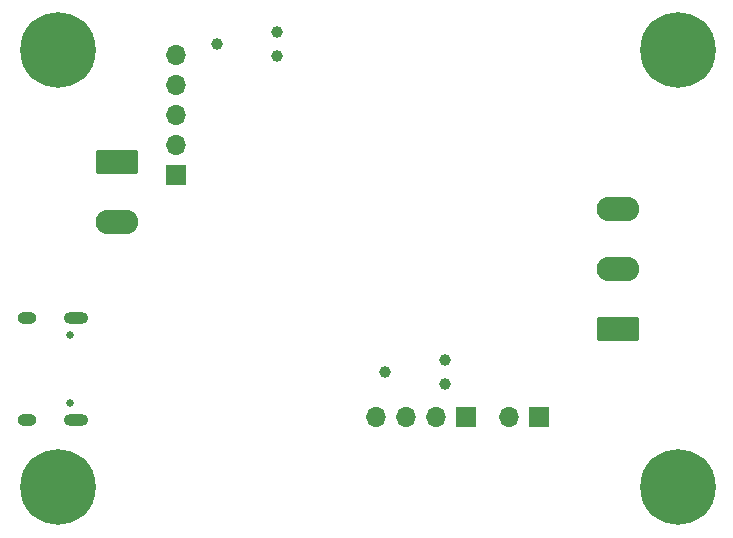
<source format=gbs>
G04 #@! TF.GenerationSoftware,KiCad,Pcbnew,6.0.4-6f826c9f35~116~ubuntu20.04.1*
G04 #@! TF.CreationDate,2022-03-24T16:15:20+01:00*
G04 #@! TF.ProjectId,philphoc-luma,7068696c-7068-46f6-932d-6c756d612e6b,rev?*
G04 #@! TF.SameCoordinates,Original*
G04 #@! TF.FileFunction,Soldermask,Bot*
G04 #@! TF.FilePolarity,Negative*
%FSLAX46Y46*%
G04 Gerber Fmt 4.6, Leading zero omitted, Abs format (unit mm)*
G04 Created by KiCad (PCBNEW 6.0.4-6f826c9f35~116~ubuntu20.04.1) date 2022-03-24 16:15:20*
%MOMM*%
%LPD*%
G01*
G04 APERTURE LIST*
G04 Aperture macros list*
%AMRoundRect*
0 Rectangle with rounded corners*
0 $1 Rounding radius*
0 $2 $3 $4 $5 $6 $7 $8 $9 X,Y pos of 4 corners*
0 Add a 4 corners polygon primitive as box body*
4,1,4,$2,$3,$4,$5,$6,$7,$8,$9,$2,$3,0*
0 Add four circle primitives for the rounded corners*
1,1,$1+$1,$2,$3*
1,1,$1+$1,$4,$5*
1,1,$1+$1,$6,$7*
1,1,$1+$1,$8,$9*
0 Add four rect primitives between the rounded corners*
20,1,$1+$1,$2,$3,$4,$5,0*
20,1,$1+$1,$4,$5,$6,$7,0*
20,1,$1+$1,$6,$7,$8,$9,0*
20,1,$1+$1,$8,$9,$2,$3,0*%
G04 Aperture macros list end*
%ADD10R,1.700000X1.700000*%
%ADD11O,1.700000X1.700000*%
%ADD12C,0.985520*%
%ADD13C,0.988060*%
%ADD14C,0.800000*%
%ADD15C,6.400000*%
%ADD16RoundRect,0.249999X-1.550001X0.790001X-1.550001X-0.790001X1.550001X-0.790001X1.550001X0.790001X0*%
%ADD17O,3.600000X2.080000*%
%ADD18RoundRect,0.249999X1.550001X-0.790001X1.550001X0.790001X-1.550001X0.790001X-1.550001X-0.790001X0*%
%ADD19C,0.650000*%
%ADD20O,2.100000X1.000000*%
%ADD21O,1.600000X1.000000*%
G04 APERTURE END LIST*
D10*
X65000000Y-67075000D03*
D11*
X65000000Y-64535000D03*
X65000000Y-61995000D03*
X65000000Y-59455000D03*
X65000000Y-56915000D03*
D12*
X87790000Y-84766000D03*
D13*
X82710000Y-83750000D03*
D12*
X87790000Y-82734000D03*
D14*
X109197056Y-54802944D03*
D15*
X107500000Y-56500000D03*
D14*
X107500000Y-54100000D03*
X105802944Y-54802944D03*
X105100000Y-56500000D03*
X105802944Y-58197056D03*
X109900000Y-56500000D03*
X107500000Y-58900000D03*
X109197056Y-58197056D03*
X55000000Y-58900000D03*
X57400000Y-56500000D03*
X56697056Y-54802944D03*
D15*
X55000000Y-56500000D03*
D14*
X52600000Y-56500000D03*
X55000000Y-54100000D03*
X56697056Y-58197056D03*
X53302944Y-54802944D03*
X53302944Y-58197056D03*
D12*
X73540000Y-54984000D03*
D13*
X68460000Y-56000000D03*
D12*
X73540000Y-57016000D03*
D16*
X60027500Y-65960000D03*
D17*
X60027500Y-71040000D03*
D10*
X89560000Y-87500000D03*
D11*
X87020000Y-87500000D03*
X84480000Y-87500000D03*
X81940000Y-87500000D03*
D14*
X107500000Y-91100000D03*
X107500000Y-95900000D03*
D15*
X107500000Y-93500000D03*
D14*
X105802944Y-95197056D03*
X109197056Y-95197056D03*
X109900000Y-93500000D03*
X105802944Y-91802944D03*
X105100000Y-93500000D03*
X109197056Y-91802944D03*
D10*
X95770000Y-87500000D03*
D11*
X93230000Y-87500000D03*
D14*
X53302944Y-91802944D03*
X57400000Y-93500000D03*
D15*
X55000000Y-93500000D03*
D14*
X52600000Y-93500000D03*
X56697056Y-91802944D03*
X55000000Y-95900000D03*
X55000000Y-91100000D03*
X53302944Y-95197056D03*
X56697056Y-95197056D03*
D18*
X102472500Y-80080000D03*
D17*
X102472500Y-75000000D03*
X102472500Y-69920000D03*
D19*
X56055000Y-80610000D03*
X56055000Y-86390000D03*
D20*
X56585000Y-79180000D03*
X56585000Y-87820000D03*
D21*
X52405000Y-87820000D03*
X52405000Y-79180000D03*
M02*

</source>
